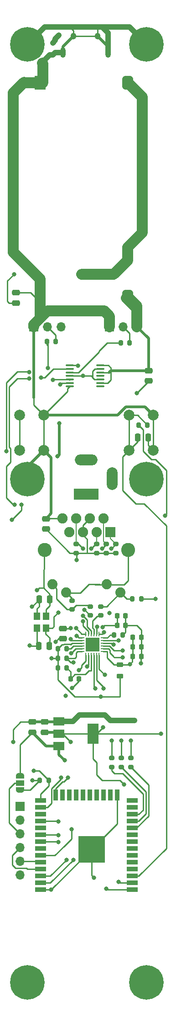
<source format=gbr>
%TF.GenerationSoftware,KiCad,Pcbnew,6.0.6-3a73a75311~116~ubuntu20.04.1*%
%TF.CreationDate,2022-07-20T09:27:06+02:00*%
%TF.ProjectId,MCH-light,4d43482d-6c69-4676-9874-2e6b69636164,rev?*%
%TF.SameCoordinates,Original*%
%TF.FileFunction,Copper,L1,Top*%
%TF.FilePolarity,Positive*%
%FSLAX46Y46*%
G04 Gerber Fmt 4.6, Leading zero omitted, Abs format (unit mm)*
G04 Created by KiCad (PCBNEW 6.0.6-3a73a75311~116~ubuntu20.04.1) date 2022-07-20 09:27:06*
%MOMM*%
%LPD*%
G01*
G04 APERTURE LIST*
G04 Aperture macros list*
%AMRoundRect*
0 Rectangle with rounded corners*
0 $1 Rounding radius*
0 $2 $3 $4 $5 $6 $7 $8 $9 X,Y pos of 4 corners*
0 Add a 4 corners polygon primitive as box body*
4,1,4,$2,$3,$4,$5,$6,$7,$8,$9,$2,$3,0*
0 Add four circle primitives for the rounded corners*
1,1,$1+$1,$2,$3*
1,1,$1+$1,$4,$5*
1,1,$1+$1,$6,$7*
1,1,$1+$1,$8,$9*
0 Add four rect primitives between the rounded corners*
20,1,$1+$1,$2,$3,$4,$5,0*
20,1,$1+$1,$4,$5,$6,$7,0*
20,1,$1+$1,$6,$7,$8,$9,0*
20,1,$1+$1,$8,$9,$2,$3,0*%
%AMFreePoly0*
4,1,22,0.550000,-0.750000,0.000000,-0.750000,0.000000,-0.745033,-0.079941,-0.743568,-0.215256,-0.701293,-0.333266,-0.622738,-0.424486,-0.514219,-0.481581,-0.384460,-0.499164,-0.250000,-0.500000,-0.250000,-0.500000,0.250000,-0.499164,0.250000,-0.499963,0.256109,-0.478152,0.396186,-0.417904,0.524511,-0.324060,0.630769,-0.204165,0.706417,-0.067858,0.745374,0.000000,0.744959,0.000000,0.750000,
0.550000,0.750000,0.550000,-0.750000,0.550000,-0.750000,$1*%
%AMFreePoly1*
4,1,20,0.000000,0.744959,0.073905,0.744508,0.209726,0.703889,0.328688,0.626782,0.421226,0.519385,0.479903,0.390333,0.500000,0.250000,0.500000,-0.250000,0.499851,-0.262216,0.476331,-0.402017,0.414519,-0.529596,0.319384,-0.634700,0.198574,-0.708877,0.061801,-0.746166,0.000000,-0.745033,0.000000,-0.750000,-0.550000,-0.750000,-0.550000,0.750000,0.000000,0.750000,0.000000,0.744959,
0.000000,0.744959,$1*%
G04 Aperture macros list end*
%TA.AperFunction,SMDPad,CuDef*%
%ADD10RoundRect,0.200000X0.275000X-0.200000X0.275000X0.200000X-0.275000X0.200000X-0.275000X-0.200000X0*%
%TD*%
%TA.AperFunction,SMDPad,CuDef*%
%ADD11RoundRect,0.250000X0.250000X0.475000X-0.250000X0.475000X-0.250000X-0.475000X0.250000X-0.475000X0*%
%TD*%
%TA.AperFunction,SMDPad,CuDef*%
%ADD12RoundRect,0.225000X-0.225000X-0.250000X0.225000X-0.250000X0.225000X0.250000X-0.225000X0.250000X0*%
%TD*%
%TA.AperFunction,ComponentPad*%
%ADD13R,1.700000X1.700000*%
%TD*%
%TA.AperFunction,ComponentPad*%
%ADD14O,1.700000X1.700000*%
%TD*%
%TA.AperFunction,SMDPad,CuDef*%
%ADD15RoundRect,0.250000X0.475000X-0.250000X0.475000X0.250000X-0.475000X0.250000X-0.475000X-0.250000X0*%
%TD*%
%TA.AperFunction,SMDPad,CuDef*%
%ADD16RoundRect,0.250000X-0.250000X-0.475000X0.250000X-0.475000X0.250000X0.475000X-0.250000X0.475000X0*%
%TD*%
%TA.AperFunction,SMDPad,CuDef*%
%ADD17RoundRect,0.200000X-0.200000X-0.275000X0.200000X-0.275000X0.200000X0.275000X-0.200000X0.275000X0*%
%TD*%
%TA.AperFunction,SMDPad,CuDef*%
%ADD18RoundRect,0.250000X-0.475000X0.250000X-0.475000X-0.250000X0.475000X-0.250000X0.475000X0.250000X0*%
%TD*%
%TA.AperFunction,ComponentPad*%
%ADD19C,6.400000*%
%TD*%
%TA.AperFunction,SMDPad,CuDef*%
%ADD20FreePoly0,270.000000*%
%TD*%
%TA.AperFunction,SMDPad,CuDef*%
%ADD21R,1.500000X1.000000*%
%TD*%
%TA.AperFunction,SMDPad,CuDef*%
%ADD22FreePoly1,270.000000*%
%TD*%
%TA.AperFunction,SMDPad,CuDef*%
%ADD23RoundRect,0.062500X-0.062500X0.350000X-0.062500X-0.350000X0.062500X-0.350000X0.062500X0.350000X0*%
%TD*%
%TA.AperFunction,SMDPad,CuDef*%
%ADD24RoundRect,0.062500X-0.350000X0.062500X-0.350000X-0.062500X0.350000X-0.062500X0.350000X0.062500X0*%
%TD*%
%TA.AperFunction,SMDPad,CuDef*%
%ADD25R,2.600000X2.600000*%
%TD*%
%TA.AperFunction,SMDPad,CuDef*%
%ADD26R,2.000000X1.500000*%
%TD*%
%TA.AperFunction,SMDPad,CuDef*%
%ADD27R,2.000000X3.800000*%
%TD*%
%TA.AperFunction,SMDPad,CuDef*%
%ADD28RoundRect,0.200000X-0.275000X0.200000X-0.275000X-0.200000X0.275000X-0.200000X0.275000X0.200000X0*%
%TD*%
%TA.AperFunction,SMDPad,CuDef*%
%ADD29RoundRect,0.100000X-0.637500X-0.100000X0.637500X-0.100000X0.637500X0.100000X-0.637500X0.100000X0*%
%TD*%
%TA.AperFunction,SMDPad,CuDef*%
%ADD30RoundRect,0.200000X0.200000X0.275000X-0.200000X0.275000X-0.200000X-0.275000X0.200000X-0.275000X0*%
%TD*%
%TA.AperFunction,SMDPad,CuDef*%
%ADD31RoundRect,0.218750X0.381250X-0.218750X0.381250X0.218750X-0.381250X0.218750X-0.381250X-0.218750X0*%
%TD*%
%TA.AperFunction,SMDPad,CuDef*%
%ADD32R,2.000000X0.900000*%
%TD*%
%TA.AperFunction,SMDPad,CuDef*%
%ADD33R,0.900000X2.000000*%
%TD*%
%TA.AperFunction,SMDPad,CuDef*%
%ADD34R,5.000000X5.000000*%
%TD*%
%TA.AperFunction,SMDPad,CuDef*%
%ADD35R,1.200000X1.400000*%
%TD*%
%TA.AperFunction,ComponentPad*%
%ADD36C,2.600000*%
%TD*%
%TA.AperFunction,ComponentPad*%
%ADD37C,1.890000*%
%TD*%
%TA.AperFunction,ComponentPad*%
%ADD38R,1.900000X1.900000*%
%TD*%
%TA.AperFunction,ComponentPad*%
%ADD39C,1.900000*%
%TD*%
%TA.AperFunction,ComponentPad*%
%ADD40R,4.600000X2.000000*%
%TD*%
%TA.AperFunction,ComponentPad*%
%ADD41O,4.200000X2.000000*%
%TD*%
%TA.AperFunction,ComponentPad*%
%ADD42O,2.000000X4.200000*%
%TD*%
%TA.AperFunction,ComponentPad*%
%ADD43RoundRect,0.500000X-0.500000X0.750000X-0.500000X-0.750000X0.500000X-0.750000X0.500000X0.750000X0*%
%TD*%
%TA.AperFunction,ComponentPad*%
%ADD44R,2.000000X2.500000*%
%TD*%
%TA.AperFunction,ComponentPad*%
%ADD45C,2.000000*%
%TD*%
%TA.AperFunction,ComponentPad*%
%ADD46O,1.050000X1.250000*%
%TD*%
%TA.AperFunction,ComponentPad*%
%ADD47O,1.000000X1.900000*%
%TD*%
%TA.AperFunction,ViaPad*%
%ADD48C,0.800000*%
%TD*%
%TA.AperFunction,Conductor*%
%ADD49C,1.000000*%
%TD*%
%TA.AperFunction,Conductor*%
%ADD50C,2.000000*%
%TD*%
%TA.AperFunction,Conductor*%
%ADD51C,0.250000*%
%TD*%
%TA.AperFunction,Conductor*%
%ADD52C,0.500000*%
%TD*%
%TA.AperFunction,Conductor*%
%ADD53C,0.200000*%
%TD*%
G04 APERTURE END LIST*
D10*
%TO.P,R4,1*%
%TO.N,/CRS_DV*%
X134620000Y-155511000D03*
%TO.P,R4,2*%
%TO.N,Net-(R4-Pad2)*%
X134620000Y-153861000D03*
%TD*%
D11*
%TO.P,C6,1*%
%TO.N,/XTAL2*%
X123024000Y-133096000D03*
%TO.P,C6,2*%
%TO.N,GND*%
X121124000Y-133096000D03*
%TD*%
D12*
%TO.P,C10,1*%
%TO.N,Net-(C10-Pad1)*%
X135623000Y-129286000D03*
%TO.P,C10,2*%
%TO.N,GND*%
X137173000Y-129286000D03*
%TD*%
D13*
%TO.P,J1,1,Pin_1*%
%TO.N,GND*%
X117627000Y-162839000D03*
D14*
%TO.P,J1,2,Pin_2*%
%TO.N,unconnected-(J1-Pad2)*%
X117627000Y-165379000D03*
%TO.P,J1,3,Pin_3*%
%TO.N,Net-(J1-Pad3)*%
X117627000Y-167919000D03*
%TO.P,J1,4,Pin_4*%
%TO.N,/Tx*%
X117627000Y-170459000D03*
%TO.P,J1,5,Pin_5*%
%TO.N,/Rx*%
X117627000Y-172999000D03*
%TO.P,J1,6,Pin_6*%
%TO.N,unconnected-(J1-Pad6)*%
X117627000Y-175539000D03*
%TD*%
D12*
%TO.P,C13,1*%
%TO.N,VDDA*%
X138567000Y-135030000D03*
%TO.P,C13,2*%
%TO.N,GND*%
X140117000Y-135030000D03*
%TD*%
D15*
%TO.P,C4,1*%
%TO.N,Net-(C4-Pad1)*%
X116840000Y-69596000D03*
%TO.P,C4,2*%
%TO.N,GND*%
X116840000Y-67696000D03*
%TD*%
D16*
%TO.P,C7,1*%
%TO.N,/XTAL1*%
X121224000Y-124460000D03*
%TO.P,C7,2*%
%TO.N,GND*%
X123124000Y-124460000D03*
%TD*%
D17*
%TO.P,R1,1*%
%TO.N,+3V3*%
X121286000Y-157988000D03*
%TO.P,R1,2*%
%TO.N,/Button*%
X122936000Y-157988000D03*
%TD*%
D18*
%TO.P,C5,1*%
%TO.N,+5V*%
X141478000Y-82108000D03*
%TO.P,C5,2*%
%TO.N,GND*%
X141478000Y-84008000D03*
%TD*%
D10*
%TO.P,R3,1*%
%TO.N,/RXD1_N*%
X136398000Y-155511000D03*
%TO.P,R3,2*%
%TO.N,/rxd1_N*%
X136398000Y-153861000D03*
%TD*%
D19*
%TO.P,H1,1,1*%
%TO.N,GND*%
X141104000Y-102197017D03*
%TD*%
D13*
%TO.P,J8,1,Pin_1*%
%TO.N,GND*%
X134237820Y-73978017D03*
D14*
%TO.P,J8,2,Pin_2*%
%TO.N,Net-(J8-Pad2)*%
X136777820Y-73978017D03*
%TO.P,J8,3,Pin_3*%
%TO.N,+5V*%
X139317820Y-73978017D03*
%TD*%
D10*
%TO.P,R6,1*%
%TO.N,/RXD0_P*%
X138176000Y-155511000D03*
%TO.P,R6,2*%
%TO.N,/rxd0_P*%
X138176000Y-153861000D03*
%TD*%
D15*
%TO.P,C14,1*%
%TO.N,VDDA*%
X122428000Y-111440000D03*
%TO.P,C14,2*%
%TO.N,GND*%
X122428000Y-109540000D03*
%TD*%
D20*
%TO.P,JP1,1,A*%
%TO.N,+5V*%
X117602000Y-157196000D03*
D21*
%TO.P,JP1,2,C*%
%TO.N,Net-(J1-Pad3)*%
X117602000Y-158496000D03*
D22*
%TO.P,JP1,3,B*%
%TO.N,+3V3*%
X117602000Y-159796000D03*
%TD*%
D23*
%TO.P,U3,1,VDD2A*%
%TO.N,VDDA*%
X132314000Y-130904500D03*
%TO.P,U3,2,LED2/nINTSEL*%
%TO.N,/Activity*%
X131814000Y-130904500D03*
%TO.P,U3,3,LED1/REGOFF*%
%TO.N,/Link*%
X131314000Y-130904500D03*
%TO.P,U3,4,XTAL2*%
%TO.N,/XTAL2*%
X130814000Y-130904500D03*
%TO.P,U3,5,XTAL1/CLKIN*%
%TO.N,/XTAL1*%
X130314000Y-130904500D03*
%TO.P,U3,6,VDDCR*%
%TO.N,Net-(C10-Pad1)*%
X129814000Y-130904500D03*
D24*
%TO.P,U3,7,RXD1/MODE1*%
%TO.N,/rxd1_N*%
X129126500Y-131592000D03*
%TO.P,U3,8,RXD0/MODE0*%
%TO.N,/rxd0_P*%
X129126500Y-132092000D03*
%TO.P,U3,9,VDDIO*%
%TO.N,+3V3*%
X129126500Y-132592000D03*
%TO.P,U3,10,RXER/PHYAD0*%
%TO.N,Net-(R7-Pad1)*%
X129126500Y-133092000D03*
%TO.P,U3,11,CRS_DV/MODE2*%
%TO.N,Net-(R4-Pad2)*%
X129126500Y-133592000D03*
%TO.P,U3,12,MDIO*%
%TO.N,/MDIO*%
X129126500Y-134092000D03*
D23*
%TO.P,U3,13,MDC*%
%TO.N,/MDC*%
X129814000Y-134779500D03*
%TO.P,U3,14,INT/REFCLKO*%
%TO.N,/R_RXCLK*%
X130314000Y-134779500D03*
%TO.P,U3,15,RST*%
%TO.N,Net-(C8-Pad1)*%
X130814000Y-134779500D03*
%TO.P,U3,16,TXEN*%
%TO.N,/TXEN*%
X131314000Y-134779500D03*
%TO.P,U3,17,TXD0*%
%TO.N,/TXD0_P*%
X131814000Y-134779500D03*
%TO.P,U3,18,TXD1*%
%TO.N,/TXD1_N*%
X132314000Y-134779500D03*
D24*
%TO.P,U3,19,VDD1A*%
%TO.N,VDDA*%
X133001500Y-134092000D03*
%TO.P,U3,20,TXN*%
%TO.N,/TXN*%
X133001500Y-133592000D03*
%TO.P,U3,21,TXP*%
%TO.N,/TXP*%
X133001500Y-133092000D03*
%TO.P,U3,22,RXN*%
%TO.N,/RXN*%
X133001500Y-132592000D03*
%TO.P,U3,23,RXP*%
%TO.N,/RXP*%
X133001500Y-132092000D03*
%TO.P,U3,24,RBIAS*%
%TO.N,Net-(R10-Pad1)*%
X133001500Y-131592000D03*
D25*
%TO.P,U3,25,VSS*%
%TO.N,GND*%
X131064000Y-132842000D03*
%TD*%
D26*
%TO.P,U1,1,GND*%
%TO.N,GND*%
X124866000Y-147052000D03*
%TO.P,U1,2,VO*%
%TO.N,+3V3*%
X124866000Y-149352000D03*
D27*
X131166000Y-149352000D03*
D26*
%TO.P,U1,3,VI*%
%TO.N,+5V*%
X124866000Y-151652000D03*
%TD*%
D10*
%TO.P,R15,1*%
%TO.N,/Link*%
X132604000Y-127471000D03*
%TO.P,R15,2*%
%TO.N,Net-(J7-PadL4)*%
X132604000Y-125821000D03*
%TD*%
D19*
%TO.P,H5,1,1*%
%TO.N,unconnected-(H5-Pad1)*%
X141104000Y-195415017D03*
%TD*%
D15*
%TO.P,C1,1*%
%TO.N,+5V*%
X119888000Y-149072000D03*
%TO.P,C1,2*%
%TO.N,GND*%
X119888000Y-147172000D03*
%TD*%
D17*
%TO.P,R19,1*%
%TO.N,Net-(J7-PadL4)*%
X138465000Y-124380000D03*
%TO.P,R19,2*%
%TO.N,GND*%
X140115000Y-124380000D03*
%TD*%
D10*
%TO.P,R13,1*%
%TO.N,VDDA*%
X131826000Y-115887000D03*
%TO.P,R13,2*%
%TO.N,/RXP*%
X131826000Y-114237000D03*
%TD*%
D16*
%TO.P,C2,1*%
%TO.N,/Reset*%
X139512000Y-94488000D03*
%TO.P,C2,2*%
%TO.N,GND*%
X141412000Y-94488000D03*
%TD*%
D17*
%TO.P,R18,1*%
%TO.N,Net-(R18-Pad1)*%
X122619000Y-76708000D03*
%TO.P,R18,2*%
%TO.N,Net-(J9-Pad2)*%
X124269000Y-76708000D03*
%TD*%
D28*
%TO.P,R20,1*%
%TO.N,GND*%
X127250000Y-124705000D03*
%TO.P,R20,2*%
%TO.N,Net-(J7-PadL1)*%
X127250000Y-126355000D03*
%TD*%
D29*
%TO.P,U4,1*%
%TO.N,Net-(U4-Pad1)*%
X126837500Y-81150000D03*
%TO.P,U4,2*%
%TO.N,/LED-1*%
X126837500Y-81800000D03*
%TO.P,U4,3*%
%TO.N,Net-(R17-Pad1)*%
X126837500Y-82450000D03*
%TO.P,U4,4*%
%TO.N,Net-(U4-Pad1)*%
X126837500Y-83100000D03*
%TO.P,U4,5*%
%TO.N,/LED-2*%
X126837500Y-83750000D03*
%TO.P,U4,6*%
%TO.N,Net-(R18-Pad1)*%
X126837500Y-84400000D03*
%TO.P,U4,7,GND*%
%TO.N,GND*%
X126837500Y-85050000D03*
%TO.P,U4,8*%
%TO.N,unconnected-(U4-Pad8)*%
X132562500Y-85050000D03*
%TO.P,U4,9*%
%TO.N,+5V*%
X132562500Y-84400000D03*
%TO.P,U4,10*%
%TO.N,Net-(U4-Pad1)*%
X132562500Y-83750000D03*
%TO.P,U4,11*%
%TO.N,unconnected-(U4-Pad11)*%
X132562500Y-83100000D03*
%TO.P,U4,12*%
%TO.N,+5V*%
X132562500Y-82450000D03*
%TO.P,U4,13*%
%TO.N,Net-(U4-Pad1)*%
X132562500Y-81800000D03*
%TO.P,U4,14,VCC*%
%TO.N,+5V*%
X132562500Y-81150000D03*
%TD*%
D30*
%TO.P,R7,1*%
%TO.N,Net-(R7-Pad1)*%
X126301000Y-133604000D03*
%TO.P,R7,2*%
%TO.N,+3V3*%
X124651000Y-133604000D03*
%TD*%
D12*
%TO.P,C9,1*%
%TO.N,Net-(C10-Pad1)*%
X135623000Y-127508000D03*
%TO.P,C9,2*%
%TO.N,GND*%
X137173000Y-127508000D03*
%TD*%
%TO.P,C11,1*%
%TO.N,VDDA*%
X138567000Y-133252000D03*
%TO.P,C11,2*%
%TO.N,GND*%
X140117000Y-133252000D03*
%TD*%
D13*
%TO.P,J9,1,Pin_1*%
%TO.N,GND*%
X120142000Y-73978017D03*
D14*
%TO.P,J9,2,Pin_2*%
%TO.N,Net-(J9-Pad2)*%
X122682000Y-73978017D03*
%TO.P,J9,3,Pin_3*%
%TO.N,+5V*%
X125222000Y-73978017D03*
%TD*%
D15*
%TO.P,C3,1*%
%TO.N,+3V3*%
X122164000Y-149072000D03*
%TO.P,C3,2*%
%TO.N,GND*%
X122164000Y-147172000D03*
%TD*%
D12*
%TO.P,C8,1*%
%TO.N,Net-(C8-Pad1)*%
X126987000Y-139192000D03*
%TO.P,C8,2*%
%TO.N,GND*%
X128537000Y-139192000D03*
%TD*%
D17*
%TO.P,R8,1*%
%TO.N,+3V3*%
X124651000Y-137160000D03*
%TO.P,R8,2*%
%TO.N,Net-(C8-Pad1)*%
X126301000Y-137160000D03*
%TD*%
D31*
%TO.P,L1,1,1*%
%TO.N,+3V3*%
X136144000Y-138730500D03*
%TO.P,L1,2,2*%
%TO.N,VDDA*%
X136144000Y-136605500D03*
%TD*%
D12*
%TO.P,C12,1*%
%TO.N,VDDA*%
X138567000Y-131474000D03*
%TO.P,C12,2*%
%TO.N,GND*%
X140117000Y-131474000D03*
%TD*%
D32*
%TO.P,U2,1,GND*%
%TO.N,GND*%
X138428000Y-178265000D03*
%TO.P,U2,2,VDD*%
%TO.N,+3V3*%
X138428000Y-176995000D03*
%TO.P,U2,3,EN*%
%TO.N,/Reset*%
X138428000Y-175725000D03*
%TO.P,U2,4,SENSOR_VP*%
%TO.N,unconnected-(U2-Pad4)*%
X138428000Y-174455000D03*
%TO.P,U2,5,SENSOR_VN*%
%TO.N,unconnected-(U2-Pad5)*%
X138428000Y-173185000D03*
%TO.P,U2,6,IO34*%
%TO.N,unconnected-(U2-Pad6)*%
X138428000Y-171915000D03*
%TO.P,U2,7,IO35*%
%TO.N,unconnected-(U2-Pad7)*%
X138428000Y-170645000D03*
%TO.P,U2,8,IO32*%
%TO.N,unconnected-(U2-Pad8)*%
X138428000Y-169375000D03*
%TO.P,U2,9,IO33*%
%TO.N,unconnected-(U2-Pad9)*%
X138428000Y-168105000D03*
%TO.P,U2,10,IO25*%
%TO.N,/RXD0_P*%
X138428000Y-166835000D03*
%TO.P,U2,11,IO26*%
%TO.N,/RXD1_N*%
X138428000Y-165565000D03*
%TO.P,U2,12,IO27*%
%TO.N,/CRS_DV*%
X138428000Y-164295000D03*
%TO.P,U2,13,IO14*%
%TO.N,unconnected-(U2-Pad13)*%
X138428000Y-163025000D03*
%TO.P,U2,14,IO12*%
%TO.N,unconnected-(U2-Pad14)*%
X138428000Y-161755000D03*
D33*
%TO.P,U2,15,GND*%
%TO.N,GND*%
X135643000Y-160755000D03*
%TO.P,U2,16,IO13*%
%TO.N,unconnected-(U2-Pad16)*%
X134373000Y-160755000D03*
%TO.P,U2,17,SHD/SD2*%
%TO.N,unconnected-(U2-Pad17)*%
X133103000Y-160755000D03*
%TO.P,U2,18,SWP/SD3*%
%TO.N,unconnected-(U2-Pad18)*%
X131833000Y-160755000D03*
%TO.P,U2,19,SCS/CMD*%
%TO.N,unconnected-(U2-Pad19)*%
X130563000Y-160755000D03*
%TO.P,U2,20,SCK/CLK*%
%TO.N,unconnected-(U2-Pad20)*%
X129293000Y-160755000D03*
%TO.P,U2,21,SDO/SD0*%
%TO.N,unconnected-(U2-Pad21)*%
X128023000Y-160755000D03*
%TO.P,U2,22,SDI/SD1*%
%TO.N,unconnected-(U2-Pad22)*%
X126753000Y-160755000D03*
%TO.P,U2,23,IO15*%
%TO.N,unconnected-(U2-Pad23)*%
X125483000Y-160755000D03*
%TO.P,U2,24,IO2*%
%TO.N,/LED-1*%
X124213000Y-160755000D03*
D32*
%TO.P,U2,25,IO0*%
%TO.N,/Button*%
X121428000Y-161755000D03*
%TO.P,U2,26,IO4*%
%TO.N,/LED-2*%
X121428000Y-163025000D03*
%TO.P,U2,27,IO16*%
%TO.N,unconnected-(U2-Pad27)*%
X121428000Y-164295000D03*
%TO.P,U2,28,IO17*%
%TO.N,/R_RXCLK*%
X121428000Y-165565000D03*
%TO.P,U2,29,IO5*%
%TO.N,unconnected-(U2-Pad29)*%
X121428000Y-166835000D03*
%TO.P,U2,30,IO18*%
%TO.N,/MDIO*%
X121428000Y-168105000D03*
%TO.P,U2,31,IO19*%
%TO.N,/TXD0_P*%
X121428000Y-169375000D03*
%TO.P,U2,32,NC*%
%TO.N,unconnected-(U2-Pad32)*%
X121428000Y-170645000D03*
%TO.P,U2,33,IO21*%
%TO.N,/TXEN*%
X121428000Y-171915000D03*
%TO.P,U2,34,RXD0/IO3*%
%TO.N,/Rx*%
X121428000Y-173185000D03*
%TO.P,U2,35,TXD0/IO1*%
%TO.N,/Tx*%
X121428000Y-174455000D03*
%TO.P,U2,36,IO22*%
%TO.N,/TXD1_N*%
X121428000Y-175725000D03*
%TO.P,U2,37,IO23*%
%TO.N,/MDC*%
X121428000Y-176995000D03*
%TO.P,U2,38,GND*%
%TO.N,GND*%
X121428000Y-178265000D03*
D34*
%TO.P,U2,39,GND*%
X130928000Y-170765000D03*
%TD*%
D10*
%TO.P,R11,1*%
%TO.N,VDDA*%
X135382000Y-115887000D03*
%TO.P,R11,2*%
%TO.N,/TXP*%
X135382000Y-114237000D03*
%TD*%
%TO.P,R16,1*%
%TO.N,/Activity*%
X130638000Y-127471000D03*
%TO.P,R16,2*%
%TO.N,Net-(J7-PadL1)*%
X130638000Y-125821000D03*
%TD*%
D35*
%TO.P,Y1,1,1*%
%TO.N,/XTAL2*%
X122424000Y-129778000D03*
%TO.P,Y1,2,2*%
%TO.N,GND*%
X122424000Y-127578000D03*
%TO.P,Y1,3,3*%
%TO.N,/XTAL1*%
X120724000Y-127578000D03*
%TO.P,Y1,4,4*%
%TO.N,GND*%
X120724000Y-129778000D03*
%TD*%
D19*
%TO.P,H6,1,1*%
%TO.N,unconnected-(H6-Pad1)*%
X119006000Y-195415017D03*
%TD*%
D10*
%TO.P,R14,1*%
%TO.N,VDDA*%
X128016000Y-115887000D03*
%TO.P,R14,2*%
%TO.N,/RXN*%
X128016000Y-114237000D03*
%TD*%
D19*
%TO.P,H4,1,1*%
%TO.N,GND*%
X141104000Y-21679017D03*
%TD*%
D17*
%TO.P,R9,1*%
%TO.N,+3V3*%
X124651000Y-135382000D03*
%TO.P,R9,2*%
%TO.N,/MDIO*%
X126301000Y-135382000D03*
%TD*%
D18*
%TO.P,R5,1*%
%TO.N,+3V3*%
X125576000Y-129860000D03*
%TO.P,R5,2*%
%TO.N,/R_RXCLK*%
X125576000Y-131760000D03*
%TD*%
D10*
%TO.P,R12,1*%
%TO.N,VDDA*%
X133604000Y-115887000D03*
%TO.P,R12,2*%
%TO.N,/TXN*%
X133604000Y-114237000D03*
%TD*%
D19*
%TO.P,H3,1,1*%
%TO.N,GND*%
X119005999Y-21679017D03*
%TD*%
%TO.P,H2,1,1*%
%TO.N,GND*%
X119006000Y-102197017D03*
%TD*%
D17*
%TO.P,R2,1*%
%TO.N,+3V3*%
X139637000Y-92202000D03*
%TO.P,R2,2*%
%TO.N,/Reset*%
X141287000Y-92202000D03*
%TD*%
%TO.P,R17,1*%
%TO.N,Net-(R17-Pad1)*%
X136335000Y-76962000D03*
%TO.P,R17,2*%
%TO.N,Net-(J8-Pad2)*%
X137985000Y-76962000D03*
%TD*%
%TO.P,R10,1*%
%TO.N,Net-(R10-Pad1)*%
X135065000Y-131064000D03*
%TO.P,R10,2*%
%TO.N,GND*%
X136715000Y-131064000D03*
%TD*%
D36*
%TO.P,J7,13,SHIELD*%
%TO.N,GND*%
X137730000Y-115290000D03*
X122180000Y-115290000D03*
D37*
%TO.P,J7,L1,LEDY_A*%
%TO.N,Net-(J7-PadL1)*%
X123630000Y-121720000D03*
%TO.P,J7,L2,LEDY_K*%
%TO.N,GND*%
X126170000Y-123240000D03*
%TO.P,J7,L3,LEDG_K*%
X133740000Y-121720000D03*
%TO.P,J7,L4,LEDG_A*%
%TO.N,Net-(J7-PadL4)*%
X136280000Y-123240000D03*
D38*
%TO.P,J7,R1,TD+*%
%TO.N,/TXP*%
X134400000Y-112000000D03*
D39*
%TO.P,J7,R2,TD-*%
%TO.N,/TXN*%
X133130000Y-109460000D03*
%TO.P,J7,R3,RD+*%
%TO.N,/RXP*%
X131860000Y-112000000D03*
%TO.P,J7,R4,TCT*%
%TO.N,VDDA*%
X130590000Y-109460000D03*
%TO.P,J7,R5,RCT*%
X129320000Y-112000000D03*
%TO.P,J7,R6,RD-*%
%TO.N,/RXN*%
X128050000Y-109460000D03*
%TO.P,J7,R7,NC*%
%TO.N,unconnected-(J7-PadR7)*%
X126780000Y-112000000D03*
%TO.P,J7,R8,GND*%
%TO.N,GND*%
X125510000Y-109460000D03*
%TD*%
D40*
%TO.P,J2,1*%
%TO.N,Net-(C4-Pad1)*%
X129936000Y-104991017D03*
D41*
%TO.P,J2,2*%
%TO.N,GND*%
X129936000Y-98691017D03*
D42*
%TO.P,J2,3*%
%TO.N,unconnected-(J2-Pad3)*%
X134736000Y-102091017D03*
%TD*%
D43*
%TO.P,U6,1,Vin*%
%TO.N,Net-(C4-Pad1)*%
X137625000Y-28767000D03*
D44*
%TO.P,U6,2,GND*%
%TO.N,GND*%
X121343000Y-28767000D03*
%TO.P,U6,3,GND*%
X121343000Y-68433000D03*
D43*
%TO.P,U6,4,Vout*%
%TO.N,+5V*%
X137625000Y-68433000D03*
%TD*%
D45*
%TO.P,SW1,1*%
%TO.N,GND*%
X142374000Y-90363017D03*
X142374000Y-96863017D03*
%TO.P,SW1,2*%
%TO.N,/Reset*%
X137874000Y-90363017D03*
X137874000Y-96863017D03*
%TD*%
%TO.P,SW2,1*%
%TO.N,GND*%
X122054000Y-90363017D03*
X122054000Y-96863017D03*
%TO.P,SW2,2*%
%TO.N,/Button*%
X117554000Y-90363017D03*
X117554000Y-96863017D03*
%TD*%
D46*
%TO.P,J5,6,Shield*%
%TO.N,GND*%
X132019000Y-20181017D03*
D47*
X133969000Y-23181017D03*
X125619000Y-23181017D03*
D46*
X127569000Y-20181017D03*
%TD*%
D48*
%TO.N,+5V*%
X124600000Y-98000000D03*
X124790000Y-19990000D03*
X125900000Y-154300000D03*
X123698000Y-21402000D03*
X124140000Y-20640000D03*
X124900000Y-91900000D03*
%TO.N,GND*%
X123428000Y-178265000D03*
X120800000Y-122800000D03*
X119400000Y-133000000D03*
X131318000Y-176022000D03*
X126100000Y-142300000D03*
X126500000Y-147200000D03*
X131826000Y-132080000D03*
X140100000Y-136300000D03*
X133604000Y-178054000D03*
X139300000Y-86300000D03*
X127300000Y-140900000D03*
X142800000Y-124400000D03*
X138900000Y-146900000D03*
X116332000Y-150876000D03*
%TO.N,+3V3*%
X144526000Y-108966000D03*
X119888000Y-157988000D03*
X123444000Y-135382000D03*
X127000000Y-150876000D03*
X133000000Y-148200000D03*
X132606000Y-142494000D03*
X135890000Y-176784000D03*
X143764000Y-149352000D03*
X136906000Y-158750000D03*
X127000000Y-129794000D03*
%TO.N,Net-(C4-Pad1)*%
X132200000Y-64300000D03*
X130100000Y-64300000D03*
X116500000Y-64300000D03*
X133316000Y-64300000D03*
X131100000Y-64300000D03*
X129100000Y-64300000D03*
%TO.N,/XTAL2*%
X124700000Y-126900000D03*
X129290299Y-127503701D03*
%TO.N,/XTAL1*%
X119800000Y-125800000D03*
X129286000Y-128524000D03*
%TO.N,Net-(C10-Pad1)*%
X132916847Y-129641445D03*
X128007339Y-129831500D03*
%TO.N,VDDA*%
X128100000Y-117200000D03*
X138000000Y-136500000D03*
X133200000Y-130600000D03*
X134200000Y-127000000D03*
%TO.N,/TXP*%
X134563000Y-115101111D03*
X136658980Y-133958980D03*
%TO.N,/TXN*%
X136700000Y-135200000D03*
X132837595Y-115056347D03*
%TO.N,/RXP*%
X130835500Y-115062000D03*
X135900000Y-132100000D03*
%TO.N,/RXN*%
X135000000Y-132824500D03*
X129286000Y-115062000D03*
%TO.N,/rxd1_N*%
X128167742Y-131280500D03*
X136398000Y-150622000D03*
%TO.N,Net-(R4-Pad2)*%
X127073170Y-134437411D03*
X134620000Y-150622000D03*
%TO.N,/R_RXCLK*%
X124714000Y-165608000D03*
X130048000Y-136906000D03*
X124206000Y-132334000D03*
%TO.N,/rxd0_P*%
X138176000Y-150622000D03*
X127000000Y-131867500D03*
%TO.N,/MDIO*%
X127508000Y-136144000D03*
X124714000Y-168148000D03*
%TO.N,/Activity*%
X129600000Y-126400000D03*
X131918364Y-129540011D03*
%TO.N,Net-(R18-Pad1)*%
X125100000Y-84700000D03*
X122800000Y-81600000D03*
%TO.N,/Button*%
X116078000Y-109728000D03*
X120142000Y-156210000D03*
X117856000Y-106934000D03*
%TO.N,/LED-1*%
X126492000Y-157480000D03*
X116586000Y-106934000D03*
X121500000Y-83400000D03*
X119292500Y-83600000D03*
%TO.N,/LED-2*%
X119292500Y-82400000D03*
X123700000Y-83800000D03*
X125222000Y-157480000D03*
X115062000Y-97028000D03*
%TO.N,/TXD0_P*%
X133096000Y-140970000D03*
X124714000Y-169418000D03*
%TO.N,/TXEN*%
X131572000Y-140970000D03*
X127200000Y-167100000D03*
%TO.N,/TXD1_N*%
X133350000Y-138430000D03*
X126238000Y-172720000D03*
%TO.N,/MDC*%
X127508000Y-172720000D03*
X128524000Y-137624000D03*
%TO.N,Net-(U4-Pad1)*%
X129300000Y-83100000D03*
X128400000Y-81200000D03*
%TD*%
D49*
%TO.N,+5V*%
X124790000Y-19990000D02*
X124140000Y-20640000D01*
D50*
X139317820Y-70125820D02*
X139317820Y-73978017D01*
D51*
X132562500Y-82450000D02*
X134150000Y-82450000D01*
D52*
X122468000Y-151652000D02*
X124866000Y-151652000D01*
D51*
X117602000Y-151358000D02*
X117602000Y-157196000D01*
X134500000Y-83800000D02*
X134500000Y-82100000D01*
X119888000Y-149352000D02*
X119888000Y-149072000D01*
X134500000Y-81600000D02*
X134050000Y-81150000D01*
D52*
X124866000Y-153266000D02*
X125900000Y-154300000D01*
D51*
X134500000Y-82300000D02*
X134500000Y-82100000D01*
D50*
X137371000Y-68687000D02*
X139317820Y-70633820D01*
D52*
X119888000Y-149072000D02*
X122468000Y-151652000D01*
X134492000Y-82108000D02*
X134150000Y-82450000D01*
X124866000Y-151652000D02*
X124866000Y-153266000D01*
D51*
X119888000Y-149072000D02*
X117602000Y-151358000D01*
D49*
X124140000Y-20960000D02*
X123698000Y-21402000D01*
D50*
X139317820Y-70633820D02*
X139317820Y-73978017D01*
D51*
X134500000Y-82100000D02*
X134500000Y-81600000D01*
D52*
X139317820Y-73978017D02*
X141478000Y-76138197D01*
D51*
X133900000Y-84400000D02*
X134500000Y-83800000D01*
X134350000Y-82450000D02*
X134500000Y-82300000D01*
D52*
X124900000Y-97700000D02*
X124900000Y-91900000D01*
X141478000Y-78994000D02*
X141478000Y-78486000D01*
D51*
X134150000Y-82450000D02*
X134350000Y-82450000D01*
X134050000Y-81150000D02*
X132562500Y-81150000D01*
D50*
X137625000Y-68433000D02*
X139317820Y-70125820D01*
D52*
X141478000Y-76138197D02*
X141478000Y-78486000D01*
X124600000Y-98000000D02*
X124900000Y-97700000D01*
D51*
X132562500Y-84400000D02*
X133900000Y-84400000D01*
D52*
X141478000Y-78486000D02*
X141478000Y-82108000D01*
D49*
X124140000Y-20640000D02*
X124140000Y-20960000D01*
D52*
X141478000Y-82108000D02*
X134492000Y-82108000D01*
D51*
%TO.N,GND*%
X131500000Y-121700000D02*
X132436000Y-121700000D01*
D49*
X122185016Y-18500000D02*
X126900000Y-18500000D01*
X123100000Y-23600000D02*
X122000000Y-24700000D01*
D50*
X118467000Y-28767000D02*
X121851000Y-28767000D01*
D51*
X126136000Y-123254000D02*
X127946000Y-123254000D01*
X121200000Y-122400000D02*
X122000000Y-122400000D01*
X141411481Y-84188519D02*
X139300000Y-86300000D01*
X125014000Y-147200000D02*
X124866000Y-147052000D01*
D49*
X122185016Y-18500000D02*
X119005999Y-21679017D01*
D51*
X138428000Y-178265000D02*
X133815000Y-178265000D01*
X137700000Y-117600000D02*
X137700000Y-116929000D01*
X140100000Y-136300000D02*
X140100000Y-135047000D01*
D50*
X120142000Y-73619570D02*
X121330785Y-72430785D01*
D51*
X128846000Y-123254000D02*
X130400000Y-121700000D01*
X133706000Y-121734000D02*
X135966000Y-121734000D01*
X123124000Y-124460000D02*
X123124000Y-125676000D01*
D50*
X121330785Y-72430785D02*
X122679050Y-71082520D01*
D51*
X135643000Y-160755000D02*
X135643000Y-166050000D01*
D52*
X126707008Y-21043008D02*
X127569000Y-20181017D01*
X122164000Y-147172000D02*
X124746000Y-147172000D01*
D49*
X137924983Y-18500000D02*
X141104000Y-21679017D01*
D52*
X119888000Y-147172000D02*
X122164000Y-147172000D01*
D51*
X122146000Y-118854000D02*
X122146000Y-115304000D01*
X128537000Y-139192000D02*
X128537000Y-139663000D01*
X131560000Y-121760000D02*
X133670000Y-121760000D01*
X127250000Y-124320000D02*
X126170000Y-123240000D01*
X127569000Y-20181017D02*
X132019000Y-20181017D01*
D50*
X121343000Y-72418570D02*
X120142000Y-73619570D01*
D51*
X133815000Y-178265000D02*
X133604000Y-178054000D01*
X126837500Y-85050000D02*
X126462989Y-85424511D01*
D50*
X116400000Y-30700000D02*
X118400000Y-28700000D01*
D51*
X137700000Y-117600000D02*
X137660000Y-117560000D01*
D50*
X133276160Y-71082520D02*
X134237820Y-72044180D01*
D49*
X138900000Y-146900000D02*
X134400000Y-146900000D01*
D51*
X131064000Y-132842000D02*
X131826000Y-132080000D01*
X123428000Y-178265000D02*
X130928000Y-170765000D01*
D52*
X119006000Y-99911017D02*
X119006000Y-102197017D01*
D51*
X122054000Y-90363017D02*
X122054000Y-96863017D01*
X136966000Y-121734000D02*
X137700000Y-121000000D01*
X116332000Y-150876000D02*
X116332000Y-148590000D01*
D52*
X125619000Y-22131016D02*
X125619000Y-23181017D01*
D51*
X128537000Y-139663000D02*
X127300000Y-140900000D01*
X141412000Y-95901017D02*
X142374000Y-96863017D01*
X132019000Y-20181017D02*
X132019000Y-18681000D01*
X141478000Y-84008000D02*
X141411481Y-84074519D01*
D52*
X140810983Y-88800000D02*
X142374000Y-90363017D01*
D49*
X128600000Y-145900000D02*
X127448000Y-147052000D01*
D51*
X120724000Y-132696000D02*
X120724000Y-129778000D01*
D52*
X122054000Y-96863017D02*
X119006000Y-99911017D01*
D50*
X122679050Y-71082520D02*
X133276160Y-71082520D01*
D51*
X127250000Y-124705000D02*
X127250000Y-124320000D01*
X123124000Y-124460000D02*
X123124000Y-123524000D01*
D52*
X133969000Y-22131017D02*
X132019000Y-20181017D01*
D51*
X135643000Y-166050000D02*
X130928000Y-170765000D01*
X126500000Y-147200000D02*
X125014000Y-147200000D01*
D50*
X121851000Y-71910570D02*
X121330785Y-72430785D01*
D51*
X122424000Y-126376000D02*
X122424000Y-127578000D01*
X139286000Y-129286000D02*
X140117000Y-130117000D01*
X135966000Y-121734000D02*
X136966000Y-121734000D01*
X120533000Y-68633000D02*
X122129000Y-68633000D01*
X135940000Y-121760000D02*
X135966000Y-121734000D01*
X121124000Y-133096000D02*
X120724000Y-132696000D01*
D52*
X137300000Y-88800000D02*
X140810983Y-88800000D01*
D51*
X116332000Y-148590000D02*
X117750000Y-147172000D01*
X127569000Y-19169000D02*
X126900000Y-18500000D01*
X126462989Y-85424511D02*
X126462989Y-85954028D01*
D50*
X120142000Y-73619570D02*
X120142000Y-73978017D01*
D51*
X140117000Y-130117000D02*
X140117000Y-131474000D01*
D49*
X134400000Y-146900000D02*
X133400000Y-145900000D01*
D51*
X137173000Y-127508000D02*
X137173000Y-129286000D01*
X140115000Y-124380000D02*
X142780000Y-124380000D01*
X127946000Y-123254000D02*
X128846000Y-123254000D01*
D52*
X120142000Y-73978017D02*
X120142000Y-87158000D01*
D51*
X130928000Y-175632000D02*
X130928000Y-170765000D01*
X141412000Y-94488000D02*
X141412000Y-95901017D01*
X123124000Y-123524000D02*
X122000000Y-122400000D01*
D49*
X127448000Y-147052000D02*
X124866000Y-147052000D01*
D52*
X122054000Y-90363017D02*
X135736983Y-90363017D01*
D51*
X116840000Y-67696000D02*
X119504000Y-67696000D01*
X131500000Y-121700000D02*
X131560000Y-121760000D01*
D52*
X123400000Y-108568000D02*
X123400000Y-98209017D01*
D51*
X122054000Y-90363017D02*
X120142000Y-88451017D01*
D52*
X126707008Y-21043008D02*
X125619000Y-22131016D01*
D51*
X131318000Y-176022000D02*
X130928000Y-175632000D01*
X137660000Y-117560000D02*
X137660000Y-115330000D01*
D49*
X124119000Y-23181017D02*
X123700017Y-23600000D01*
D51*
X142374000Y-90363017D02*
X142374000Y-96863017D01*
D52*
X133969000Y-23181017D02*
X133969000Y-22131017D01*
X124746000Y-147172000D02*
X124866000Y-147052000D01*
D49*
X132200000Y-18500000D02*
X137924983Y-18500000D01*
D51*
X122000000Y-119000000D02*
X122146000Y-118854000D01*
D52*
X135736983Y-90363017D02*
X137300000Y-88800000D01*
D50*
X134237820Y-72044180D02*
X134237820Y-73978017D01*
D51*
X130400000Y-121700000D02*
X131500000Y-121700000D01*
X122494000Y-109474000D02*
X125476000Y-109474000D01*
X120800000Y-122800000D02*
X121200000Y-122400000D01*
X141411481Y-84074519D02*
X141411481Y-84188519D01*
D49*
X133400000Y-145900000D02*
X128600000Y-145900000D01*
D50*
X118400000Y-28700000D02*
X118467000Y-28767000D01*
D52*
X122428000Y-109540000D02*
X123400000Y-108568000D01*
D51*
X122164000Y-147172000D02*
X122284000Y-147052000D01*
X123124000Y-125676000D02*
X122424000Y-126376000D01*
X126100000Y-123280000D02*
X127920000Y-123280000D01*
X120844983Y-89154000D02*
X122054000Y-90363017D01*
X126462989Y-85954028D02*
X122054000Y-90363017D01*
X137700000Y-121000000D02*
X137700000Y-117600000D01*
D49*
X122000000Y-24700000D02*
X122129000Y-24829000D01*
D51*
X117750000Y-147172000D02*
X119888000Y-147172000D01*
D50*
X116400000Y-60200000D02*
X116400000Y-30700000D01*
D51*
X137173000Y-129286000D02*
X139286000Y-129286000D01*
X119496000Y-133096000D02*
X119400000Y-133000000D01*
X120142000Y-88451017D02*
X120142000Y-87158000D01*
X140100000Y-135047000D02*
X140117000Y-135030000D01*
X142780000Y-124380000D02*
X142800000Y-124400000D01*
D50*
X121851000Y-25251000D02*
X121800000Y-25200000D01*
D51*
X140117000Y-131474000D02*
X140117000Y-135030000D01*
X122428000Y-109540000D02*
X122494000Y-109474000D01*
X119550000Y-67650000D02*
X120533000Y-68633000D01*
X133670000Y-121760000D02*
X135940000Y-121760000D01*
X122000000Y-122400000D02*
X122000000Y-119000000D01*
X119504000Y-67696000D02*
X119550000Y-67650000D01*
D50*
X121343000Y-68433000D02*
X121343000Y-65143000D01*
D51*
X121124000Y-133096000D02*
X119496000Y-133096000D01*
X121428000Y-178265000D02*
X123428000Y-178265000D01*
X132019000Y-18681000D02*
X132200000Y-18500000D01*
X137173000Y-130606000D02*
X136715000Y-131064000D01*
D49*
X133969000Y-23181017D02*
X133969000Y-19569000D01*
X123700017Y-23600000D02*
X123100000Y-23600000D01*
D51*
X137173000Y-129286000D02*
X137173000Y-130606000D01*
D52*
X123400000Y-98209017D02*
X122054000Y-96863017D01*
D50*
X121343000Y-65143000D02*
X116400000Y-60200000D01*
X121343000Y-68433000D02*
X121343000Y-72418570D01*
D51*
X127920000Y-123280000D02*
X127946000Y-123254000D01*
D49*
X125619000Y-23181017D02*
X124119000Y-23181017D01*
X126900000Y-18500000D02*
X132200000Y-18500000D01*
D51*
X127569000Y-20181017D02*
X127569000Y-19169000D01*
D49*
X133969000Y-19569000D02*
X132900000Y-18500000D01*
D50*
X121851000Y-28767000D02*
X121851000Y-25251000D01*
D52*
X121166000Y-69596000D02*
X122129000Y-68633000D01*
D51*
%TO.N,/Reset*%
X139512000Y-94488000D02*
X139512000Y-95225017D01*
X140661285Y-106738715D02*
X144780000Y-110857429D01*
X137874000Y-96863017D02*
X136700000Y-98037017D01*
X141287000Y-92202000D02*
X139448017Y-90363017D01*
X139138715Y-106738715D02*
X140661285Y-106738715D01*
X139512000Y-95225017D02*
X137874000Y-96863017D01*
X144780000Y-170623000D02*
X139678000Y-175725000D01*
X144780000Y-110857429D02*
X144780000Y-170623000D01*
X137874000Y-90363017D02*
X137874000Y-96863017D01*
X136700000Y-98037017D02*
X136700000Y-104300000D01*
X139448017Y-90363017D02*
X137874000Y-90363017D01*
X136700000Y-104300000D02*
X139138715Y-106738715D01*
X139678000Y-175725000D02*
X138428000Y-175725000D01*
%TO.N,+3V3*%
X122164000Y-149072000D02*
X122444000Y-149352000D01*
X125476000Y-149352000D02*
X124866000Y-149352000D01*
X143764000Y-149352000D02*
X131166000Y-149352000D01*
X124651000Y-139383000D02*
X127762000Y-142494000D01*
X136144000Y-157988000D02*
X132842000Y-157988000D01*
X126962480Y-132804480D02*
X127000000Y-132842000D01*
X131166000Y-154026000D02*
X131166000Y-149352000D01*
X124866000Y-149352000D02*
X131166000Y-149352000D01*
X129126500Y-132592000D02*
X127250000Y-132592000D01*
X136144000Y-142494000D02*
X136144000Y-138730500D01*
X132606000Y-142494000D02*
X136144000Y-142494000D01*
X132842000Y-157988000D02*
X131826000Y-156972000D01*
X126934000Y-129860000D02*
X127000000Y-129794000D01*
X139637000Y-92202000D02*
X140462000Y-93027000D01*
X121286000Y-157988000D02*
X119888000Y-157988000D01*
X131848000Y-149352000D02*
X133000000Y-148200000D01*
X119478000Y-159796000D02*
X117602000Y-159796000D01*
X125476000Y-129860000D02*
X126934000Y-129860000D01*
X121286000Y-157988000D02*
X119478000Y-159796000D01*
X142748000Y-98552000D02*
X144780000Y-100584000D01*
X127000000Y-150876000D02*
X125476000Y-149352000D01*
X136906000Y-158750000D02*
X136144000Y-157988000D01*
X125767520Y-132804480D02*
X126962480Y-132804480D01*
X127250000Y-132592000D02*
X127000000Y-132842000D01*
D52*
X124586000Y-149072000D02*
X124866000Y-149352000D01*
D51*
X131166000Y-149352000D02*
X134620000Y-149352000D01*
X144780000Y-100584000D02*
X144780000Y-103124000D01*
X123444000Y-135382000D02*
X124651000Y-135382000D01*
X138428000Y-176995000D02*
X136101000Y-176995000D01*
X131826000Y-154686000D02*
X131166000Y-154026000D01*
X140462000Y-93027000D02*
X140462000Y-96012000D01*
X136101000Y-176995000D02*
X135890000Y-176784000D01*
X144780000Y-108712000D02*
X144526000Y-108966000D01*
X141986000Y-98552000D02*
X142748000Y-98552000D01*
X124651000Y-133604000D02*
X124651000Y-137160000D01*
X140462000Y-96012000D02*
X140462000Y-97028000D01*
X131166000Y-149352000D02*
X131848000Y-149352000D01*
X125413000Y-132842000D02*
X125730000Y-132842000D01*
X140462000Y-97028000D02*
X141986000Y-98552000D01*
X125730000Y-132842000D02*
X125767520Y-132804480D01*
X124651000Y-133604000D02*
X125413000Y-132842000D01*
X124651000Y-137160000D02*
X124651000Y-139383000D01*
X144780000Y-103124000D02*
X144780000Y-108712000D01*
D52*
X122164000Y-149072000D02*
X124586000Y-149072000D01*
D51*
X131826000Y-156972000D02*
X131826000Y-154686000D01*
X127762000Y-142494000D02*
X132606000Y-142494000D01*
%TO.N,Net-(C4-Pad1)*%
X115300000Y-65500000D02*
X116500000Y-64300000D01*
D50*
X140300000Y-56600000D02*
X140300000Y-31442000D01*
X129936000Y-104991017D02*
X129629017Y-104991017D01*
X133316000Y-64300000D02*
X135000000Y-64300000D01*
X137600000Y-60100000D02*
X137600000Y-59300000D01*
D51*
X116840000Y-69596000D02*
X115596000Y-69596000D01*
D50*
X135000000Y-64300000D02*
X137600000Y-61700000D01*
X137600000Y-61700000D02*
X137600000Y-60100000D01*
X129100000Y-64300000D02*
X133316000Y-64300000D01*
X140300000Y-31442000D02*
X137625000Y-28767000D01*
D51*
X115596000Y-69596000D02*
X115300000Y-69300000D01*
D50*
X137600000Y-59300000D02*
X140300000Y-56600000D01*
D51*
X115300000Y-69300000D02*
X115300000Y-65500000D01*
%TO.N,/XTAL2*%
X122400000Y-130100000D02*
X122400000Y-130900000D01*
X122424000Y-129778000D02*
X122424000Y-130076000D01*
X122400000Y-130900000D02*
X123100000Y-131600000D01*
X130046523Y-129541477D02*
X130814000Y-130308954D01*
X130046523Y-128259909D02*
X130046523Y-129541477D01*
X122424000Y-129778000D02*
X123622000Y-129778000D01*
X123900000Y-127700000D02*
X124700000Y-126900000D01*
X123900000Y-129500000D02*
X123900000Y-127700000D01*
X130814000Y-130308954D02*
X130814000Y-130904500D01*
X123100000Y-133020000D02*
X123024000Y-133096000D01*
X123100000Y-131600000D02*
X123100000Y-133020000D01*
X129290299Y-127503701D02*
X129290315Y-127503701D01*
X122424000Y-130076000D02*
X122400000Y-130100000D01*
X123622000Y-129778000D02*
X123900000Y-129500000D01*
X129290315Y-127503701D02*
X130046523Y-128259909D01*
%TO.N,/XTAL1*%
X119800000Y-125800000D02*
X119884000Y-125800000D01*
X120724000Y-127578000D02*
X120724000Y-126276000D01*
X130314000Y-130904500D02*
X130314000Y-130444672D01*
X129286000Y-129416672D02*
X129286000Y-128524000D01*
X130314000Y-130444672D02*
X129286000Y-129416672D01*
X119884000Y-125800000D02*
X121224000Y-124460000D01*
X120724000Y-126276000D02*
X121224000Y-125776000D01*
X121224000Y-125776000D02*
X121224000Y-124460000D01*
%TO.N,Net-(C8-Pad1)*%
X126987000Y-139192000D02*
X126987000Y-137846000D01*
X126987000Y-137846000D02*
X126301000Y-137160000D01*
X127789500Y-138389500D02*
X129710500Y-138389500D01*
X130432000Y-137668000D02*
X130810000Y-137668000D01*
X130810000Y-137668000D02*
X130810000Y-135243328D01*
X126987000Y-139192000D02*
X127789500Y-138389500D01*
X130814000Y-135239328D02*
X130814000Y-134779500D01*
X130810000Y-135243328D02*
X130814000Y-135239328D01*
X129710500Y-138389500D02*
X130432000Y-137668000D01*
%TO.N,Net-(C10-Pad1)*%
X129814000Y-130904500D02*
X129080339Y-130904500D01*
X133272292Y-129286000D02*
X135623000Y-129286000D01*
X135623000Y-129286000D02*
X135623000Y-127508000D01*
X132916847Y-129641445D02*
X133272292Y-129286000D01*
X129080339Y-130904500D02*
X128007339Y-129831500D01*
%TO.N,VDDA*%
X129540000Y-112776000D02*
X130111000Y-113347000D01*
X137894500Y-136605500D02*
X138000000Y-136500000D01*
X133838000Y-135338000D02*
X135105500Y-136605500D01*
X138567000Y-131474000D02*
X138567000Y-135030000D01*
X132895500Y-130904500D02*
X133200000Y-130600000D01*
X129286000Y-110744000D02*
X129286000Y-112014000D01*
X130111000Y-113347000D02*
X130111000Y-115887000D01*
X132314000Y-130904500D02*
X132895500Y-130904500D01*
X130111000Y-115887000D02*
X135382000Y-115887000D01*
X138500000Y-136000000D02*
X138500000Y-135097000D01*
X128100000Y-115971000D02*
X128016000Y-115887000D01*
X136144000Y-136605500D02*
X137894500Y-136605500D01*
X126875000Y-115887000D02*
X128016000Y-115887000D01*
X135105500Y-136605500D02*
X136144000Y-136605500D01*
X133001500Y-134092000D02*
X133838000Y-134092000D01*
X136249500Y-136500000D02*
X136144000Y-136605500D01*
X130556000Y-109474000D02*
X129286000Y-110744000D01*
X128100000Y-117200000D02*
X128100000Y-115971000D01*
X128016000Y-115887000D02*
X130111000Y-115887000D01*
X122428000Y-111440000D02*
X126875000Y-115887000D01*
X138500000Y-135097000D02*
X138567000Y-135030000D01*
X138000000Y-136500000D02*
X138500000Y-136000000D01*
X129286000Y-112014000D02*
X129540000Y-112268000D01*
X129540000Y-112268000D02*
X129540000Y-112776000D01*
X133838000Y-134092000D02*
X133838000Y-135338000D01*
%TO.N,Net-(J1-Pad3)*%
X115600000Y-165892000D02*
X117627000Y-167919000D01*
X117602000Y-158496000D02*
X116604000Y-158496000D01*
X115600000Y-159500000D02*
X115600000Y-165892000D01*
X116604000Y-158496000D02*
X115600000Y-159500000D01*
%TO.N,/TXP*%
X134192000Y-133092000D02*
X135058980Y-133958980D01*
X135382000Y-114237000D02*
X135382000Y-114282111D01*
X133001500Y-133092000D02*
X134192000Y-133092000D01*
D53*
X134366000Y-112014000D02*
X134366000Y-113221000D01*
D51*
X135382000Y-114282111D02*
X134563000Y-115101111D01*
X133001500Y-133092000D02*
X133014747Y-133105247D01*
D53*
X134366000Y-113221000D02*
X135382000Y-114237000D01*
D51*
X135058980Y-133958980D02*
X136658980Y-133958980D01*
%TO.N,/TXN*%
X133604000Y-114289942D02*
X132837595Y-115056347D01*
X135100000Y-135200000D02*
X136700000Y-135200000D01*
D53*
X133096000Y-113729000D02*
X133604000Y-114237000D01*
X133096000Y-109474000D02*
X133096000Y-113729000D01*
D51*
X133604000Y-114237000D02*
X133604000Y-114289942D01*
X134024197Y-133642480D02*
X134287520Y-133905803D01*
X133051980Y-133642480D02*
X133700000Y-133642480D01*
X134287520Y-134200000D02*
X134287520Y-134387520D01*
X135000000Y-135100000D02*
X135100000Y-135200000D01*
X133700000Y-133642480D02*
X134024197Y-133642480D01*
X134287520Y-133905803D02*
X134287520Y-134200000D01*
X133001500Y-133592000D02*
X133051980Y-133642480D01*
X134287520Y-134387520D02*
X135000000Y-135100000D01*
%TO.N,/RXP*%
X133009500Y-132100000D02*
X133001500Y-132092000D01*
X131660500Y-114237000D02*
X130835500Y-115062000D01*
X135900000Y-132100000D02*
X133009500Y-132100000D01*
D53*
X131826000Y-112014000D02*
X131826000Y-114237000D01*
D51*
X131826000Y-114237000D02*
X131660500Y-114237000D01*
%TO.N,/RXN*%
X128016000Y-114237000D02*
X128461000Y-114237000D01*
X128461000Y-114237000D02*
X129286000Y-115062000D01*
X133001500Y-132592000D02*
X134767500Y-132592000D01*
D53*
X128016000Y-109474000D02*
X128016000Y-114237000D01*
D51*
X134767500Y-132592000D02*
X135000000Y-132824500D01*
%TO.N,/RXD1_N*%
X138428000Y-165565000D02*
X139678000Y-165565000D01*
X141028480Y-164214520D02*
X141028480Y-160141480D01*
X141028480Y-160141480D02*
X136398000Y-155511000D01*
X139678000Y-165565000D02*
X141028480Y-164214520D01*
%TO.N,/rxd1_N*%
X128232500Y-131280500D02*
X128167742Y-131280500D01*
X136398000Y-153861000D02*
X136398000Y-150622000D01*
X129126500Y-131592000D02*
X128544000Y-131592000D01*
X128524000Y-131572000D02*
X128270000Y-131318000D01*
X128544000Y-131592000D02*
X128524000Y-131572000D01*
X128270000Y-131318000D02*
X128232500Y-131280500D01*
%TO.N,/CRS_DV*%
X136652000Y-156718000D02*
X135128000Y-156718000D01*
X140462000Y-163511000D02*
X140462000Y-160528000D01*
X135128000Y-156718000D02*
X134620000Y-156210000D01*
X134620000Y-156210000D02*
X134620000Y-155511000D01*
X139678000Y-164295000D02*
X140462000Y-163511000D01*
X138428000Y-164295000D02*
X139678000Y-164295000D01*
X140462000Y-160528000D02*
X136652000Y-156718000D01*
%TO.N,Net-(R4-Pad2)*%
X127918581Y-133592000D02*
X127073170Y-134437411D01*
X134620000Y-153861000D02*
X134620000Y-150622000D01*
X129126500Y-133592000D02*
X127918581Y-133592000D01*
%TO.N,/R_RXCLK*%
X130314000Y-136640000D02*
X130048000Y-136906000D01*
X125476000Y-131760000D02*
X124780000Y-131760000D01*
X124671000Y-165565000D02*
X124714000Y-165608000D01*
X121428000Y-165565000D02*
X124671000Y-165565000D01*
X124780000Y-131760000D02*
X124206000Y-132334000D01*
X130314000Y-134779500D02*
X130314000Y-136640000D01*
%TO.N,/RXD0_P*%
X139257022Y-166835000D02*
X141478000Y-164614022D01*
X141478000Y-164614022D02*
X141478000Y-158813000D01*
X138428000Y-166835000D02*
X139257022Y-166835000D01*
X141478000Y-158813000D02*
X138176000Y-155511000D01*
%TO.N,/rxd0_P*%
X138176000Y-153861000D02*
X138176000Y-150622000D01*
X127224500Y-132092000D02*
X127000000Y-131867500D01*
X129126500Y-132092000D02*
X127224500Y-132092000D01*
%TO.N,Net-(R7-Pad1)*%
X127000000Y-133604000D02*
X127512000Y-133092000D01*
X126301000Y-133604000D02*
X127000000Y-133604000D01*
X127512000Y-133092000D02*
X129126500Y-133092000D01*
%TO.N,/MDIO*%
X128290000Y-134092000D02*
X129126500Y-134092000D01*
X124671000Y-168105000D02*
X124714000Y-168148000D01*
X121428000Y-168105000D02*
X124671000Y-168105000D01*
X126301000Y-135382000D02*
X127762000Y-135382000D01*
X128016000Y-135128000D02*
X128016000Y-134366000D01*
X127508000Y-136144000D02*
X127063000Y-136144000D01*
X127762000Y-135382000D02*
X128016000Y-135128000D01*
X128016000Y-134366000D02*
X128290000Y-134092000D01*
X127063000Y-136144000D02*
X126301000Y-135382000D01*
%TO.N,Net-(R10-Pad1)*%
X133838000Y-131592000D02*
X134366000Y-131064000D01*
X133001500Y-131592000D02*
X133838000Y-131592000D01*
X134366000Y-131064000D02*
X135065000Y-131064000D01*
%TO.N,/Link*%
X131314000Y-129960261D02*
X131130263Y-129776524D01*
X131314000Y-130904500D02*
X131314000Y-129960261D01*
X132425000Y-127650000D02*
X132604000Y-127471000D01*
X131130263Y-128469737D02*
X131950000Y-127650000D01*
X131950000Y-127650000D02*
X132425000Y-127650000D01*
X131130263Y-129776524D02*
X131130263Y-128469737D01*
%TO.N,/Activity*%
X129600000Y-126400000D02*
X129600000Y-126433000D01*
X131814000Y-130904500D02*
X131814000Y-129644375D01*
X131814000Y-129644375D02*
X131918364Y-129540011D01*
X129600000Y-126433000D02*
X130638000Y-127471000D01*
%TO.N,Net-(R17-Pad1)*%
X128450000Y-82450000D02*
X128500000Y-82500000D01*
X132300000Y-78500000D02*
X133838000Y-76962000D01*
X126837500Y-82450000D02*
X128450000Y-82450000D01*
X133838000Y-76962000D02*
X136335000Y-76962000D01*
X132300000Y-78700000D02*
X132300000Y-78500000D01*
X128500000Y-82500000D02*
X132300000Y-78700000D01*
%TO.N,Net-(J8-Pad2)*%
X137985000Y-75185197D02*
X136777820Y-73978017D01*
X137985000Y-76962000D02*
X137985000Y-75185197D01*
%TO.N,Net-(R18-Pad1)*%
X122619000Y-76708000D02*
X122619000Y-77407000D01*
X122619000Y-76708000D02*
X122800000Y-76889000D01*
X125100000Y-84700000D02*
X125400000Y-84400000D01*
X122800000Y-76889000D02*
X122800000Y-81600000D01*
X125400000Y-84400000D02*
X126837500Y-84400000D01*
%TO.N,Net-(J9-Pad2)*%
X124269000Y-75565017D02*
X122682000Y-73978017D01*
X124269000Y-76708000D02*
X124269000Y-75565017D01*
%TO.N,/Button*%
X121158000Y-156210000D02*
X120142000Y-156210000D01*
X122936000Y-157988000D02*
X121158000Y-156210000D01*
X121428000Y-160512000D02*
X122936000Y-159004000D01*
X121428000Y-161755000D02*
X121428000Y-160512000D01*
X117856000Y-107950000D02*
X117856000Y-106934000D01*
X122936000Y-159004000D02*
X122936000Y-157988000D01*
X116078000Y-109728000D02*
X117856000Y-107950000D01*
X117554000Y-90363017D02*
X117554000Y-96863017D01*
%TO.N,/LED-1*%
X124213000Y-160755000D02*
X124213000Y-159505000D01*
X115824000Y-97536000D02*
X115824000Y-99060000D01*
X125476000Y-158242000D02*
X125730000Y-158242000D01*
X119258500Y-83566000D02*
X119292500Y-83600000D01*
X122200000Y-83400000D02*
X123800000Y-81800000D01*
X115570000Y-86614000D02*
X115570000Y-96266000D01*
X116332000Y-106934000D02*
X116586000Y-106934000D01*
X125730000Y-158242000D02*
X126492000Y-157480000D01*
X117094000Y-83566000D02*
X115570000Y-85090000D01*
X115062000Y-99822000D02*
X115062000Y-105664000D01*
X123800000Y-81800000D02*
X126837500Y-81800000D01*
X124213000Y-159505000D02*
X125476000Y-158242000D01*
X121500000Y-83400000D02*
X122200000Y-83400000D01*
X115824000Y-99060000D02*
X115062000Y-99822000D01*
X115062000Y-105664000D02*
X115316000Y-105918000D01*
X115824000Y-96520000D02*
X115824000Y-97536000D01*
X115316000Y-105918000D02*
X116332000Y-106934000D01*
X117094000Y-83566000D02*
X119258500Y-83566000D01*
X115570000Y-85090000D02*
X115570000Y-86614000D01*
X115570000Y-96266000D02*
X115824000Y-96520000D01*
%TO.N,/LED-2*%
X125222000Y-157734000D02*
X125222000Y-157480000D01*
X124968000Y-157988000D02*
X125222000Y-157734000D01*
X121428000Y-163025000D02*
X122678000Y-163025000D01*
X126787500Y-83800000D02*
X126837500Y-83750000D01*
X119188500Y-82296000D02*
X119292500Y-82400000D01*
X123750000Y-83750000D02*
X123700000Y-83800000D01*
X115062000Y-84328000D02*
X115062000Y-89408000D01*
X122678000Y-163025000D02*
X123438489Y-162264511D01*
X123438489Y-159517511D02*
X124968000Y-157988000D01*
X123438489Y-162264511D02*
X123438489Y-159517511D01*
X126837500Y-83750000D02*
X123750000Y-83750000D01*
X117094000Y-82296000D02*
X119188500Y-82296000D01*
X117094000Y-82296000D02*
X115062000Y-84328000D01*
X115062000Y-89408000D02*
X115062000Y-97028000D01*
%TO.N,/TXD0_P*%
X131814000Y-134779500D02*
X131814000Y-138164000D01*
X121428000Y-169375000D02*
X124671000Y-169375000D01*
X124671000Y-169375000D02*
X124714000Y-169418000D01*
X131826000Y-138176000D02*
X131826000Y-139446000D01*
X131814000Y-138164000D02*
X131826000Y-138176000D01*
X133096000Y-140716000D02*
X133096000Y-140970000D01*
X131826000Y-139446000D02*
X132588000Y-140208000D01*
X132588000Y-140208000D02*
X133096000Y-140716000D01*
%TO.N,/TXEN*%
X121428000Y-171915000D02*
X124085000Y-171915000D01*
X127200000Y-168800000D02*
X127200000Y-167100000D01*
X131314000Y-134779500D02*
X131314000Y-138688614D01*
X131314000Y-140712000D02*
X131572000Y-140970000D01*
X131314000Y-138688614D02*
X131314000Y-140712000D01*
X125900000Y-170100000D02*
X127200000Y-168800000D01*
X124085000Y-171915000D02*
X125900000Y-170100000D01*
%TO.N,/Rx*%
X121242000Y-172999000D02*
X121428000Y-173185000D01*
X117627000Y-172999000D02*
X121242000Y-172999000D01*
%TO.N,/Tx*%
X116200000Y-171886000D02*
X117627000Y-170459000D01*
X116200000Y-173700000D02*
X116200000Y-171886000D01*
X116800000Y-174300000D02*
X116200000Y-173700000D01*
X118800000Y-174300000D02*
X116800000Y-174300000D01*
X121428000Y-174455000D02*
X118955000Y-174455000D01*
X118955000Y-174455000D02*
X118800000Y-174300000D01*
%TO.N,/TXD1_N*%
X123233000Y-175725000D02*
X126238000Y-172720000D01*
X132314000Y-134779500D02*
X132314000Y-137394000D01*
X121428000Y-175725000D02*
X123233000Y-175725000D01*
X132314000Y-137394000D02*
X133350000Y-138430000D01*
%TO.N,/MDC*%
X121428000Y-176995000D02*
X123233000Y-176995000D01*
X129814000Y-135870000D02*
X129032000Y-136652000D01*
X123233000Y-176995000D02*
X127508000Y-172720000D01*
X129032000Y-137116000D02*
X128524000Y-137624000D01*
X129814000Y-134779500D02*
X129814000Y-135870000D01*
X129032000Y-136652000D02*
X129032000Y-137116000D01*
%TO.N,Net-(U4-Pad1)*%
X131500000Y-81800000D02*
X132562500Y-81800000D01*
X129300000Y-83100000D02*
X130800000Y-83100000D01*
X126837500Y-83100000D02*
X129300000Y-83100000D01*
X131450000Y-83750000D02*
X131100000Y-83400000D01*
X131100000Y-82200000D02*
X131500000Y-81800000D01*
X128350000Y-81150000D02*
X128400000Y-81200000D01*
X131100000Y-83400000D02*
X131100000Y-82200000D01*
X130800000Y-83100000D02*
X131100000Y-83400000D01*
X126837500Y-81150000D02*
X128350000Y-81150000D01*
X132562500Y-83750000D02*
X131450000Y-83750000D01*
%TO.N,Net-(J7-PadL1)*%
X127250000Y-126355000D02*
X126355000Y-126355000D01*
X124400000Y-124400000D02*
X124400000Y-122490000D01*
X128005000Y-125600000D02*
X127250000Y-126355000D01*
X130417000Y-125600000D02*
X128005000Y-125600000D01*
X130638000Y-125821000D02*
X130417000Y-125600000D01*
X124400000Y-122490000D02*
X123630000Y-121720000D01*
X126355000Y-126355000D02*
X124400000Y-124400000D01*
%TO.N,Net-(J7-PadL4)*%
X132604000Y-125821000D02*
X133699000Y-125821000D01*
X133699000Y-125821000D02*
X136280000Y-123240000D01*
X138465000Y-124380000D02*
X137420000Y-124380000D01*
X137420000Y-124380000D02*
X136280000Y-123240000D01*
%TD*%
M02*

</source>
